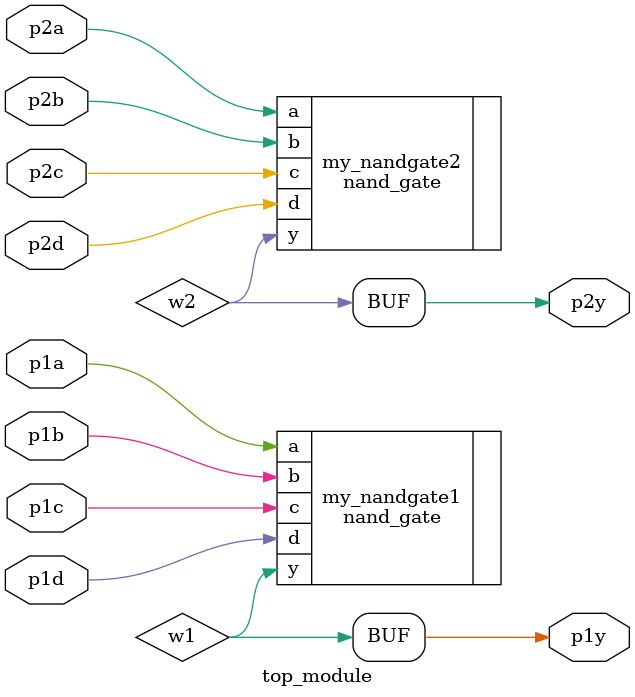
<source format=sv>
module top_module(
    input p1a, 
    input p1b, 
    input p1c, 
    input p1d, 
    output p1y, 
    input p2a, 
    input p2b, 
    input p2c, 
    input p2d, 
    output p2y
);

wire w1, w2;

nand_gate my_nandgate1(.a(p1a), .b(p1b), .c(p1c), .d(p1d), .y(w1));
nand_gate my_nandgate2(.a(p2a), .b(p2b), .c(p2c), .d(p2d), .y(w2));

assign p1y = w1;
assign p2y = w2;

endmodule

</source>
